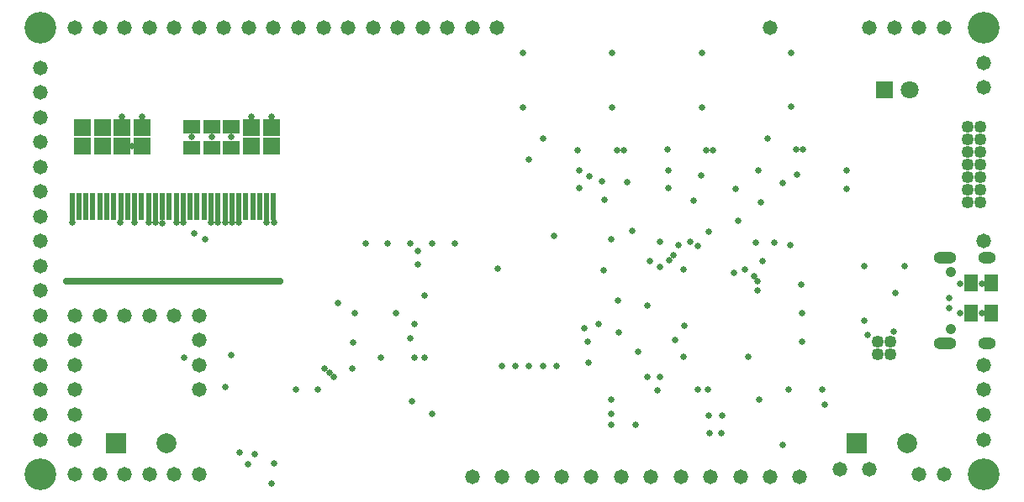
<source format=gbr>
%TF.GenerationSoftware,Altium Limited,Altium Designer,21.0.8 (223)*%
G04 Layer_Color=16711935*
%FSLAX45Y45*%
%MOMM*%
%TF.SameCoordinates,E6859DB6-3A4E-404A-A1E8-5F06C1255FAD*%
%TF.FilePolarity,Negative*%
%TF.FileFunction,Soldermask,Bot*%
%TF.Part,Single*%
G01*
G75*
%TA.AperFunction,SMDPad,CuDef*%
%ADD82R,1.70320X1.65320*%
%ADD83R,1.70320X1.40320*%
%ADD84R,1.40320X1.70320*%
%ADD85R,0.60320X2.70320*%
%TA.AperFunction,ComponentPad*%
%ADD86R,1.80320X1.80320*%
%ADD87C,1.80320*%
%ADD88C,1.25320*%
%TA.AperFunction,ViaPad*%
%ADD89C,3.20320*%
%TA.AperFunction,ComponentPad*%
%ADD90O,1.80320X1.20320*%
%ADD91O,2.30320X1.20320*%
%ADD92C,1.05320*%
%ADD93R,2.00320X2.00320*%
%ADD94C,2.00320*%
%ADD95O,22.20320X0.70320*%
%TA.AperFunction,ViaPad*%
%ADD96C,1.47320*%
%ADD97C,0.65320*%
D82*
X2575000Y3557500D02*
D03*
Y3742500D02*
D03*
X2375000Y3557500D02*
D03*
Y3742500D02*
D03*
X1275000Y3557500D02*
D03*
Y3742500D02*
D03*
X1075000D02*
D03*
Y3557500D02*
D03*
X875000Y3742500D02*
D03*
Y3557500D02*
D03*
X675000D02*
D03*
Y3742500D02*
D03*
D83*
X2175000Y3755000D02*
D03*
Y3545000D02*
D03*
X1975000Y3755000D02*
D03*
Y3545000D02*
D03*
X1775000Y3755000D02*
D03*
Y3545000D02*
D03*
D84*
X9830000Y1875000D02*
D03*
X9620000D02*
D03*
X9830000Y2175000D02*
D03*
X9620000D02*
D03*
D85*
X1479500Y2947600D02*
D03*
X2599500D02*
D03*
X2389500D02*
D03*
X1969500D02*
D03*
X1759500D02*
D03*
X2179500D02*
D03*
X1199500D02*
D03*
X1409500D02*
D03*
X989500D02*
D03*
X2529500D02*
D03*
X2459500D02*
D03*
X2319500D02*
D03*
X2249500D02*
D03*
X2039500D02*
D03*
X2109500D02*
D03*
X1899500D02*
D03*
X1829500D02*
D03*
X1619500D02*
D03*
X1689500D02*
D03*
X1549500D02*
D03*
X1269500D02*
D03*
X1339500D02*
D03*
X1129500D02*
D03*
X1059500D02*
D03*
X919500D02*
D03*
X569500D02*
D03*
X849500D02*
D03*
X639500D02*
D03*
X709500D02*
D03*
X779500D02*
D03*
D86*
X8748000Y4125000D02*
D03*
D87*
X9002000D02*
D03*
D88*
X9713500Y3756000D02*
D03*
X9586500D02*
D03*
X9713500Y3629000D02*
D03*
Y3502000D02*
D03*
X9586500Y3629000D02*
D03*
Y3502000D02*
D03*
X9713500Y3375000D02*
D03*
X9586500D02*
D03*
X9713500Y3248000D02*
D03*
Y3121000D02*
D03*
Y2994000D02*
D03*
X9586500Y3248000D02*
D03*
Y3121000D02*
D03*
Y2994000D02*
D03*
X8811260Y1463040D02*
D03*
X8684260D02*
D03*
X8811260Y1590040D02*
D03*
X8684260D02*
D03*
D89*
X250000Y250000D02*
D03*
X9750000D02*
D03*
Y4750000D02*
D03*
X250000D02*
D03*
D90*
X9782000Y1568000D02*
D03*
Y2432000D02*
D03*
D91*
X9364000D02*
D03*
Y1568000D02*
D03*
D92*
X9417000Y2289000D02*
D03*
Y1711000D02*
D03*
D93*
X8476000Y558800D02*
D03*
X1016000D02*
D03*
D94*
X8984000D02*
D03*
X1524000D02*
D03*
D95*
X1584500Y2197600D02*
D03*
D96*
X9750000Y1100000D02*
D03*
X9100000Y250000D02*
D03*
X9350000D02*
D03*
X9750000Y600000D02*
D03*
Y850000D02*
D03*
Y1350000D02*
D03*
Y2600000D02*
D03*
Y4150000D02*
D03*
Y4400000D02*
D03*
X1850000Y1100000D02*
D03*
Y1350000D02*
D03*
Y1600000D02*
D03*
Y1850000D02*
D03*
X1600000D02*
D03*
X1350000D02*
D03*
X1100000D02*
D03*
X850000D02*
D03*
X600000D02*
D03*
Y1600000D02*
D03*
Y1350000D02*
D03*
Y1100000D02*
D03*
Y850000D02*
D03*
Y600000D02*
D03*
Y250000D02*
D03*
X850000D02*
D03*
X1100000D02*
D03*
X1350000D02*
D03*
X1600000D02*
D03*
X1850000D02*
D03*
X8600000Y4750000D02*
D03*
X8850000D02*
D03*
X9100000D02*
D03*
X9350000D02*
D03*
X4600000D02*
D03*
X4850000D02*
D03*
X7600000D02*
D03*
X600000D02*
D03*
X850000D02*
D03*
X1100000D02*
D03*
X1350000D02*
D03*
X1600000D02*
D03*
X1850000D02*
D03*
X2100000D02*
D03*
X2350000D02*
D03*
X2600000D02*
D03*
X2850000D02*
D03*
X3100000D02*
D03*
X3350000D02*
D03*
X3600000D02*
D03*
X3850000D02*
D03*
X4100000D02*
D03*
X4350000D02*
D03*
X250000Y4350000D02*
D03*
Y4100000D02*
D03*
Y3850000D02*
D03*
Y3600000D02*
D03*
Y3350000D02*
D03*
Y3100000D02*
D03*
Y2850000D02*
D03*
Y2600000D02*
D03*
Y2350000D02*
D03*
Y2100000D02*
D03*
Y1850000D02*
D03*
Y1600000D02*
D03*
Y1350000D02*
D03*
Y1100000D02*
D03*
Y850000D02*
D03*
Y600000D02*
D03*
X4600000Y225000D02*
D03*
X4900000D02*
D03*
X5200000D02*
D03*
X5500000D02*
D03*
X5800000D02*
D03*
X6100000D02*
D03*
X6400000D02*
D03*
X6700000D02*
D03*
X7000000D02*
D03*
X7300000D02*
D03*
X7600000D02*
D03*
X7900000D02*
D03*
X8300000Y300000D02*
D03*
X8600000D02*
D03*
D97*
X5999480Y1000520D02*
D03*
X5725000Y1725000D02*
D03*
X1700000Y1425000D02*
D03*
X4424680Y2575560D02*
D03*
X5996940Y2620920D02*
D03*
X7475220Y2100580D02*
D03*
X5427980Y2654300D02*
D03*
X6489700Y2590800D02*
D03*
X6875671Y2548786D02*
D03*
X7802880Y2557780D02*
D03*
X6367780Y1229360D02*
D03*
X6494780D02*
D03*
X8125000Y1100000D02*
D03*
X4050539Y2498599D02*
D03*
X4050030Y2366010D02*
D03*
X3246120Y1978660D02*
D03*
X3205480Y1229360D02*
D03*
X4196080Y858520D02*
D03*
X3116183Y1318260D02*
D03*
X3162300Y1272540D02*
D03*
X5875000Y1767500D02*
D03*
X7235925Y2281830D02*
D03*
X7349505Y2311187D02*
D03*
X7442200Y2250440D02*
D03*
X6622140Y2458546D02*
D03*
X6580907Y2410227D02*
D03*
X1478280Y2781300D02*
D03*
X7508240Y2989580D02*
D03*
X7277100Y2801620D02*
D03*
X6733540Y1750060D02*
D03*
X2606040Y355600D02*
D03*
X6642100Y1600200D02*
D03*
X8582660Y1656080D02*
D03*
X6000000Y855000D02*
D03*
X3975000Y2575000D02*
D03*
X4200000D02*
D03*
X3750000D02*
D03*
X3525000D02*
D03*
X6494780Y2342913D02*
D03*
X8150000Y950000D02*
D03*
X6068060Y2001520D02*
D03*
X2341880Y353060D02*
D03*
X2410460Y449580D02*
D03*
X2255000Y472960D02*
D03*
X4018280Y1427480D02*
D03*
X3683450Y1425200D02*
D03*
X7251700Y3129280D02*
D03*
X7868920Y3268980D02*
D03*
X7729220Y3182620D02*
D03*
X8371840Y3129280D02*
D03*
Y3314700D02*
D03*
X7929880Y3522980D02*
D03*
X7866380D02*
D03*
X5173980Y1338580D02*
D03*
X5311140D02*
D03*
X5036820D02*
D03*
X5448300D02*
D03*
X4899660D02*
D03*
X9730740Y2174240D02*
D03*
Y1871980D02*
D03*
X8862060Y2075180D02*
D03*
X8846820Y1684020D02*
D03*
X8547100Y1798320D02*
D03*
Y2352040D02*
D03*
X7645400Y2585720D02*
D03*
X7454900D02*
D03*
X6791960Y2590800D02*
D03*
X6830060Y3012440D02*
D03*
X6578600Y3134360D02*
D03*
Y3317240D02*
D03*
X6126480Y3520440D02*
D03*
X6563360Y3522980D02*
D03*
X7025640Y3520440D02*
D03*
X6959600D02*
D03*
X7574280Y3632200D02*
D03*
X7477760Y3317240D02*
D03*
X7807960Y3954780D02*
D03*
Y4500880D02*
D03*
X6911340Y3952240D02*
D03*
Y4498340D02*
D03*
X6009640Y3952240D02*
D03*
Y4498340D02*
D03*
X1176250Y3557500D02*
D03*
X568960Y2786380D02*
D03*
X1059180D02*
D03*
X1201420D02*
D03*
X1343660D02*
D03*
X1409700D02*
D03*
X1620520D02*
D03*
X1689100D02*
D03*
X1968500D02*
D03*
X2039620D02*
D03*
X2110740D02*
D03*
X2600960D02*
D03*
X2529840D02*
D03*
X2250440D02*
D03*
X2179320D02*
D03*
X1074420Y3855720D02*
D03*
X1275080D02*
D03*
X2372360D02*
D03*
X2575560D02*
D03*
X2174240Y3652520D02*
D03*
X7917180Y2164080D02*
D03*
X7919720Y1582420D02*
D03*
Y1874520D02*
D03*
X7487920Y998220D02*
D03*
X7117080Y840740D02*
D03*
X6982460Y843280D02*
D03*
X6870700Y1099820D02*
D03*
X6211240Y2702600D02*
D03*
X5930900Y3014980D02*
D03*
X5679440Y3136900D02*
D03*
X5778500Y3251200D02*
D03*
X6062980Y3520440D02*
D03*
X5661660Y3515360D02*
D03*
X5679440Y3314700D02*
D03*
X5311140Y3632200D02*
D03*
X5171440Y3426460D02*
D03*
X5110480Y4498340D02*
D03*
Y3952240D02*
D03*
X2176780Y1450340D02*
D03*
X4018280Y1767840D02*
D03*
X3830320Y1877060D02*
D03*
X6075680Y1676400D02*
D03*
X4853940Y2326640D02*
D03*
X8956040Y2352040D02*
D03*
X9514840Y2174240D02*
D03*
Y1871980D02*
D03*
X2583180Y152400D02*
D03*
X6469380Y1097280D02*
D03*
X6969760Y1099820D02*
D03*
X7782560D02*
D03*
X7729220Y548640D02*
D03*
X7106920Y660400D02*
D03*
X6990080D02*
D03*
X6248400Y751840D02*
D03*
X6002020Y749300D02*
D03*
X7475220Y2199640D02*
D03*
X7376160Y1430020D02*
D03*
X6725920D02*
D03*
X6273800Y1480820D02*
D03*
X6724650Y2313940D02*
D03*
X1798320Y2677160D02*
D03*
X1913890Y2622867D02*
D03*
X6676390Y2559050D02*
D03*
X6362700Y1948180D02*
D03*
X6982460Y2692400D02*
D03*
X1976120Y3652520D02*
D03*
X1775460D02*
D03*
X5768340Y1372540D02*
D03*
X5925820Y2308860D02*
D03*
X5763260Y1582420D02*
D03*
X6385560Y2400300D02*
D03*
X4117340Y2049780D02*
D03*
X4119880Y1424940D02*
D03*
X3992880Y988060D02*
D03*
X3975100Y1620520D02*
D03*
X3416300Y1874520D02*
D03*
X3403600Y1577340D02*
D03*
X3388360Y1315720D02*
D03*
X3048000Y1107440D02*
D03*
X2821940D02*
D03*
X2115820Y1125220D02*
D03*
X6903720Y3266440D02*
D03*
X6159500Y3197860D02*
D03*
X7523480Y2402840D02*
D03*
X5905500Y3200400D02*
D03*
X9403440Y2024380D02*
D03*
X9405620Y1925320D02*
D03*
%TF.MD5,6601470dff54caacd69893f7af566291*%
M02*

</source>
